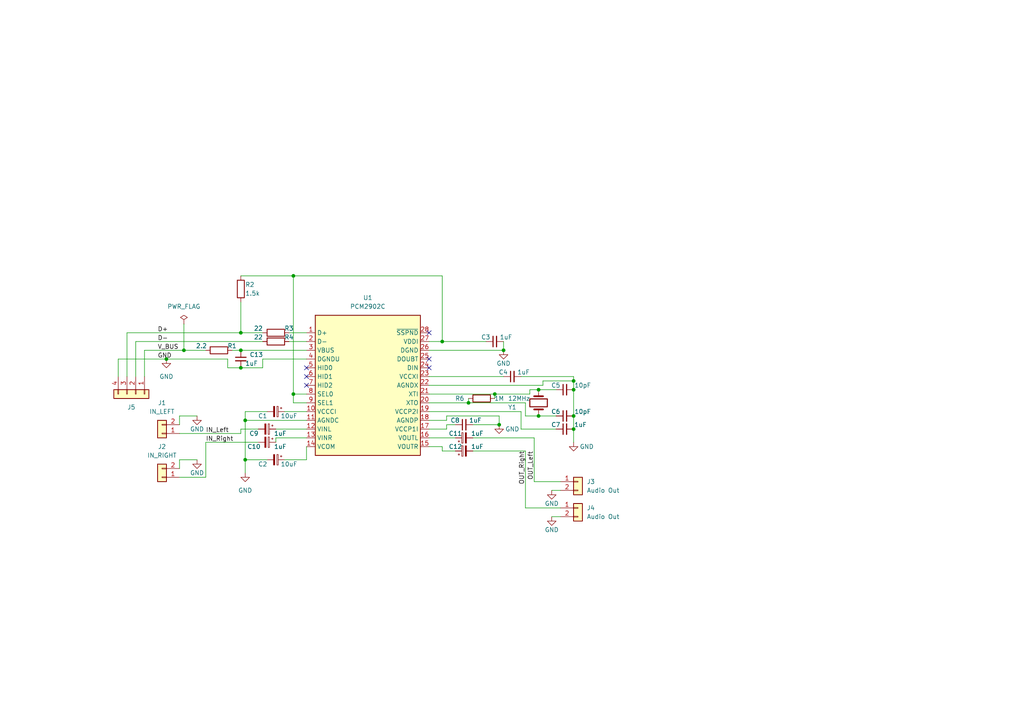
<source format=kicad_sch>
(kicad_sch (version 20211123) (generator eeschema)
  (paper "A4")
  (lib_symbols
    (symbol "Audio:PCM2902"
      (property "Reference" "U?" (at 2.0194 25.4 0))
      (property "Value" "PCM2902" (at 2.0194 22.86 0))
      (symbol "PCM2902_0_1"
        (rectangle (start -15.24 20.32) (end 15.24 -20.32) (stroke (width 0.254)) (fill (type background)))
      )
      (symbol "PCM2902_1_1"
        (pin bidirectional line (at -17.78 15.24 0) (length 2.54) (name "D+") (number "1"))
        (pin passive line (at -17.78 -7.62 0) (length 2.54) (name "VCCCI") (number "10"))
        (pin power_in line (at -17.78 -10.16 0) (length 2.54) (name "AGNDC") (number "11"))
        (pin input line (at -17.78 -12.7 0) (length 2.54) (name "VINL") (number "12"))
        (pin input line (at -17.78 -15.24 0) (length 2.54) (name "VINR") (number "13"))
        (pin passive line (at -17.78 -17.78 0) (length 2.54) (name "VCOM") (number "14"))
        (pin output line (at 17.78 -17.78 180) (length 2.54) (name "VOUTR") (number "15"))
        (pin output line (at 17.78 -15.24 180) (length 2.54) (name "VOUTL") (number "16"))
        (pin passive line (at 17.78 -12.7 180) (length 2.54) (name "VCCP1I") (number "17"))
        (pin power_in line (at 17.78 -10.16 180) (length 2.54) (name "AGNDP") (number "18"))
        (pin passive line (at 17.78 -7.62 180) (length 2.54) (name "VCCP2I") (number "19"))
        (pin bidirectional line (at -17.78 12.7 0) (length 2.54) (name "D-") (number "2"))
        (pin output line (at 17.78 -5.08 180) (length 2.54) (name "XTO") (number "20"))
        (pin input line (at 17.78 -2.54 180) (length 2.54) (name "XTI") (number "21"))
        (pin power_in line (at 17.78 0 180) (length 2.54) (name "AGNDX") (number "22"))
        (pin passive line (at 17.78 2.54 180) (length 2.54) (name "VCCXI") (number "23"))
        (pin input line (at 17.78 5.08 180) (length 2.54) (name "DIN") (number "24"))
        (pin output line (at 17.78 7.62 180) (length 2.54) (name "DOUBT") (number "25"))
        (pin power_in line (at 17.78 10.16 180) (length 2.54) (name "DGND") (number "26"))
        (pin power_out line (at 17.78 12.7 180) (length 2.54) (name "VDDI") (number "27"))
        (pin output line (at 17.78 15.24 180) (length 2.54) (name "~{SSPND}") (number "28"))
        (pin power_in line (at -17.78 10.16 0) (length 2.54) (name "VBUS") (number "3"))
        (pin power_in line (at -17.78 7.62 0) (length 2.54) (name "DGNDU") (number "4"))
        (pin input line (at -17.78 5.08 0) (length 2.54) (name "HID0") (number "5"))
        (pin input line (at -17.78 2.54 0) (length 2.54) (name "HID1") (number "6"))
        (pin input line (at -17.78 0 0) (length 2.54) (name "HID2") (number "7"))
        (pin input line (at -17.78 -2.54 0) (length 2.54) (name "SEL0") (number "8"))
        (pin input line (at -17.78 -5.08 0) (length 2.54) (name "SEL1") (number "9"))
      )
    )
    (symbol "Connector_Generic:Conn_01x02" (pin_names (offset 1.016) hide)
      (property "Reference" "J" (at 0 2.54 0))
      (property "Value" "Conn_01x02" (at 0 -5.08 0))
      (symbol "Conn_01x02_1_1"
        (rectangle (start -1.27 -2.413) (end 0 -2.667) (stroke (width 0.1524)))
        (rectangle (start -1.27 0.127) (end 0 -0.127) (stroke (width 0.1524)))
        (rectangle (start -1.27 1.27) (end 1.27 -3.81) (stroke (width 0.254)) (fill (type background)))
        (pin passive line (at -5.08 0 0) (length 3.81) (name "Pin_1") (number "1"))
        (pin passive line (at -5.08 -2.54 0) (length 3.81) (name "Pin_2") (number "2"))
      )
    )
    (symbol "Connector_Generic:Conn_01x04" (pin_names (offset 1.016) hide)
      (property "Reference" "J" (at 0 5.08 0))
      (property "Value" "Conn_01x04" (at 0 -7.62 0))
      (symbol "Conn_01x04_1_1"
        (rectangle (start -1.27 -4.953) (end 0 -5.207) (stroke (width 0.1524)))
        (rectangle (start -1.27 -2.413) (end 0 -2.667) (stroke (width 0.1524)))
        (rectangle (start -1.27 0.127) (end 0 -0.127) (stroke (width 0.1524)))
        (rectangle (start -1.27 2.667) (end 0 2.413) (stroke (width 0.1524)))
        (rectangle (start -1.27 3.81) (end 1.27 -6.35) (stroke (width 0.254)) (fill (type background)))
        (pin passive line (at -5.08 2.54 0) (length 3.81) (name "Pin_1") (number "1"))
        (pin passive line (at -5.08 0 0) (length 3.81) (name "Pin_2") (number "2"))
        (pin passive line (at -5.08 -2.54 0) (length 3.81) (name "Pin_3") (number "3"))
        (pin passive line (at -5.08 -5.08 0) (length 3.81) (name "Pin_4") (number "4"))
      )
    )
    (symbol "Device:C_Polarized_Small" (pin_numbers hide) (pin_names (offset 0.254) hide)
      (property "Reference" "C" (at 0.254 1.778 0))
      (property "Value" "C_Polarized_Small" (at 0.254 -2.032 0))
      (symbol "C_Polarized_Small_0_1"
        (rectangle (start -1.524 -0.3048) (end 1.524 -0.6858) (fill (type outline)))
        (rectangle (start -1.524 0.6858) (end 1.524 0.3048))
        (polyline (pts (xy -1.27 1.524) (xy -0.762 1.524)))
        (polyline (pts (xy -1.016 1.27) (xy -1.016 1.778)))
      )
      (symbol "C_Polarized_Small_1_1"
        (pin passive line (at 0 2.54 270) (length 1.8542) (name "~") (number "1"))
        (pin passive line (at 0 -2.54 90) (length 1.8542) (name "~") (number "2"))
      )
    )
    (symbol "Device:C_Small" (pin_numbers hide) (pin_names (offset 0.254) hide)
      (property "Reference" "C" (at 0.254 1.778 0))
      (property "Value" "C_Small" (at 0.254 -2.032 0))
      (symbol "C_Small_0_1"
        (polyline (pts (xy -1.524 -0.508) (xy 1.524 -0.508)) (stroke (width 0.3302)))
        (polyline (pts (xy -1.524 0.508) (xy 1.524 0.508)) (stroke (width 0.3048)))
      )
      (symbol "C_Small_1_1"
        (pin passive line (at 0 2.54 270) (length 2.032) (name "~") (number "1"))
        (pin passive line (at 0 -2.54 90) (length 2.032) (name "~") (number "2"))
      )
    )
    (symbol "Device:Crystal" (pin_numbers hide) (pin_names (offset 1.016) hide)
      (property "Reference" "Y" (at 0 3.81 0))
      (property "Value" "Crystal" (at 0 -3.81 0))
      (symbol "Crystal_0_1"
        (rectangle (start -1.143 2.54) (end 1.143 -2.54) (stroke (width 0.3048)))
        (polyline (pts (xy -2.54 0) (xy -1.905 0)))
        (polyline (pts (xy -1.905 -1.27) (xy -1.905 1.27)) (stroke (width 0.508)))
        (polyline (pts (xy 1.905 -1.27) (xy 1.905 1.27)) (stroke (width 0.508)))
        (polyline (pts (xy 2.54 0) (xy 1.905 0)))
      )
      (symbol "Crystal_1_1"
        (pin passive line (at -3.81 0 0) (length 1.27) (name "1") (number "1"))
        (pin passive line (at 3.81 0 180) (length 1.27) (name "2") (number "2"))
      )
    )
    (symbol "Device:R" (pin_numbers hide) (pin_names (offset 0))
      (property "Reference" "R" (at 2.032 0 90))
      (property "Value" "R" (at 0 0 90))
      (symbol "R_0_1"
        (rectangle (start -1.016 -2.54) (end 1.016 2.54) (stroke (width 0.254)))
      )
      (symbol "R_1_1"
        (pin passive line (at 0 3.81 270) (length 1.27) (name "~") (number "1"))
        (pin passive line (at 0 -3.81 90) (length 1.27) (name "~") (number "2"))
      )
    )
    (symbol "power:GND" (power) (pin_names (offset 0))
      (property "Value" "GND" (at 0 -3.81 0))
      (symbol "GND_0_1"
        (polyline (pts (xy 0 0) (xy 0 -1.27) (xy 1.27 -1.27) (xy 0 -2.54) (xy -1.27 -1.27) (xy 0 -1.27)))
      )
      (symbol "GND_1_1"
        (pin power_in line (at 0 0 270) (length 0) hide (name "GND") (number "1"))
      )
    )
    (symbol "power:PWR_FLAG" (power) (pin_numbers hide) (pin_names (offset 0) hide)
      (property "Value" "PWR_FLAG" (at 0 3.81 0))
      (symbol "PWR_FLAG_0_0"
        (pin power_out line (at 0 0 90) (length 0) (name "pwr") (number "1"))
      )
      (symbol "PWR_FLAG_0_1"
        (polyline (pts (xy 0 0) (xy 0 1.27) (xy -1.016 1.905) (xy 0 2.54) (xy 1.016 1.905) (xy 0 1.27)))
      )
    )
  )
  (junction (at 69.85 101.6))
  (junction (at 146.05 101.6))
  (junction (at 71.12 121.92))
  (junction (at 143.51 114.3))
  (junction (at 144.78 123.19))
  (junction (at 135.89 116.84))
  (junction (at 166.37 110.49))
  (junction (at 69.85 96.52))
  (junction (at 85.09 80.01))
  (junction (at 85.09 114.3))
  (junction (at 53.34 101.6))
  (junction (at 166.37 124.46))
  (junction (at 166.37 120.65))
  (junction (at 156.21 120.65))
  (junction (at 48.26 104.14))
  (junction (at 69.85 106.68))
  (junction (at 156.21 113.03))
  (junction (at 166.37 113.03))
  (junction (at 128.27 99.06))
  (junction (at 71.12 133.35))
  (no_connect (at 124.46 96.52))
  (no_connect (at 88.9 109.22))
  (no_connect (at 88.9 106.68))
  (no_connect (at 124.46 106.68))
  (no_connect (at 88.9 111.76))
  (no_connect (at 124.46 104.14))
  (wire (pts (xy 129.54 124.46) (xy 129.54 123.19)))
  (wire (pts (xy 66.04 106.68) (xy 69.85 106.68)))
  (wire (pts (xy 36.83 96.52) (xy 69.85 96.52)))
  (wire (pts (xy 124.46 111.76) (xy 157.48 111.76)))
  (wire (pts (xy 124.46 129.54) (xy 128.27 129.54)))
  (wire (pts (xy 76.2 104.14) (xy 88.9 104.14)))
  (wire (pts (xy 151.13 124.46) (xy 161.29 124.46)))
  (wire (pts (xy 34.29 109.22) (xy 34.29 104.14)))
  (wire (pts (xy 80.01 127) (xy 88.9 127)))
  (wire (pts (xy 152.4 130.81) (xy 152.4 147.32)))
  (wire (pts (xy 53.34 93.98) (xy 53.34 101.6)))
  (wire (pts (xy 128.27 129.54) (xy 128.27 130.81)))
  (wire (pts (xy 124.46 124.46) (xy 129.54 124.46)))
  (wire (pts (xy 85.09 80.01) (xy 128.27 80.01)))
  (wire (pts (xy 129.54 121.92) (xy 129.54 120.65)))
  (wire (pts (xy 80.01 128.27) (xy 80.01 127)))
  (wire (pts (xy 66.04 104.14) (xy 66.04 106.68)))
  (wire (pts (xy 71.12 121.92) (xy 88.9 121.92)))
  (wire (pts (xy 69.85 80.01) (xy 85.09 80.01)))
  (wire (pts (xy 39.37 109.22) (xy 39.37 99.06)))
  (wire (pts (xy 85.09 114.3) (xy 88.9 114.3)))
  (wire (pts (xy 124.46 121.92) (xy 129.54 121.92)))
  (wire (pts (xy 85.09 114.3) (xy 85.09 116.84)))
  (wire (pts (xy 88.9 129.54) (xy 88.9 133.35)))
  (wire (pts (xy 166.37 109.22) (xy 166.37 110.49)))
  (wire (pts (xy 88.9 116.84) (xy 85.09 116.84)))
  (wire (pts (xy 71.12 121.92) (xy 71.12 133.35)))
  (wire (pts (xy 59.69 138.43) (xy 59.69 128.27)))
  (wire (pts (xy 157.48 111.76) (xy 157.48 110.49)))
  (wire (pts (xy 128.27 80.01) (xy 128.27 99.06)))
  (wire (pts (xy 166.37 113.03) (xy 166.37 120.65)))
  (wire (pts (xy 143.51 114.3) (xy 153.67 114.3)))
  (wire (pts (xy 124.46 109.22) (xy 146.05 109.22)))
  (wire (pts (xy 166.37 110.49) (xy 166.37 113.03)))
  (wire (pts (xy 124.46 127) (xy 132.08 127)))
  (wire (pts (xy 135.89 115.57) (xy 135.89 116.84)))
  (wire (pts (xy 52.07 138.43) (xy 59.69 138.43)))
  (wire (pts (xy 41.91 109.22) (xy 41.91 101.6)))
  (wire (pts (xy 143.51 114.3) (xy 143.51 115.57)))
  (wire (pts (xy 154.94 139.7) (xy 162.56 139.7)))
  (wire (pts (xy 124.46 101.6) (xy 146.05 101.6)))
  (wire (pts (xy 36.83 109.22) (xy 36.83 96.52)))
  (wire (pts (xy 77.47 119.38) (xy 71.12 119.38)))
  (wire (pts (xy 52.07 135.89) (xy 52.07 133.35)))
  (wire (pts (xy 153.67 114.3) (xy 153.67 113.03)))
  (wire (pts (xy 157.48 110.49) (xy 166.37 110.49)))
  (wire (pts (xy 69.85 96.52) (xy 76.2 96.52)))
  (wire (pts (xy 156.21 120.65) (xy 161.29 120.65)))
  (wire (pts (xy 69.85 124.46) (xy 69.85 125.73)))
  (wire (pts (xy 83.82 99.06) (xy 88.9 99.06)))
  (wire (pts (xy 137.16 130.81) (xy 152.4 130.81)))
  (wire (pts (xy 69.85 87.63) (xy 69.85 96.52)))
  (wire (pts (xy 52.07 125.73) (xy 69.85 125.73)))
  (wire (pts (xy 128.27 130.81) (xy 132.08 130.81)))
  (wire (pts (xy 166.37 120.65) (xy 166.37 124.46)))
  (wire (pts (xy 52.07 120.65) (xy 57.15 120.65)))
  (wire (pts (xy 67.31 101.6) (xy 69.85 101.6)))
  (wire (pts (xy 152.4 120.65) (xy 156.21 120.65)))
  (wire (pts (xy 160.02 149.86) (xy 162.56 149.86)))
  (wire (pts (xy 144.78 120.65) (xy 144.78 123.19)))
  (wire (pts (xy 76.2 106.68) (xy 76.2 104.14)))
  (wire (pts (xy 83.82 96.52) (xy 88.9 96.52)))
  (wire (pts (xy 69.85 106.68) (xy 76.2 106.68)))
  (wire (pts (xy 146.05 99.06) (xy 146.05 101.6)))
  (wire (pts (xy 85.09 80.01) (xy 85.09 114.3)))
  (wire (pts (xy 129.54 120.65) (xy 144.78 120.65)))
  (wire (pts (xy 71.12 133.35) (xy 77.47 133.35)))
  (wire (pts (xy 128.27 99.06) (xy 140.97 99.06)))
  (wire (pts (xy 160.02 142.24) (xy 162.56 142.24)))
  (wire (pts (xy 59.69 128.27) (xy 74.93 128.27)))
  (wire (pts (xy 135.89 116.84) (xy 152.4 116.84)))
  (wire (pts (xy 153.67 113.03) (xy 156.21 113.03)))
  (wire (pts (xy 166.37 124.46) (xy 166.37 128.27)))
  (wire (pts (xy 154.94 127) (xy 154.94 139.7)))
  (wire (pts (xy 39.37 99.06) (xy 76.2 99.06)))
  (wire (pts (xy 53.34 101.6) (xy 59.69 101.6)))
  (wire (pts (xy 124.46 99.06) (xy 128.27 99.06)))
  (wire (pts (xy 156.21 113.03) (xy 161.29 113.03)))
  (wire (pts (xy 137.16 123.19) (xy 144.78 123.19)))
  (wire (pts (xy 52.07 123.19) (xy 52.07 120.65)))
  (wire (pts (xy 124.46 116.84) (xy 135.89 116.84)))
  (wire (pts (xy 129.54 123.19) (xy 132.08 123.19)))
  (wire (pts (xy 34.29 104.14) (xy 48.26 104.14)))
  (wire (pts (xy 152.4 116.84) (xy 152.4 120.65)))
  (wire (pts (xy 48.26 104.14) (xy 66.04 104.14)))
  (wire (pts (xy 88.9 133.35) (xy 82.55 133.35)))
  (wire (pts (xy 151.13 109.22) (xy 166.37 109.22)))
  (wire (pts (xy 80.01 124.46) (xy 88.9 124.46)))
  (wire (pts (xy 69.85 101.6) (xy 88.9 101.6)))
  (wire (pts (xy 74.93 124.46) (xy 69.85 124.46)))
  (wire (pts (xy 52.07 133.35) (xy 57.15 133.35)))
  (wire (pts (xy 82.55 119.38) (xy 88.9 119.38)))
  (wire (pts (xy 124.46 119.38) (xy 151.13 119.38)))
  (wire (pts (xy 41.91 101.6) (xy 53.34 101.6)))
  (wire (pts (xy 71.12 119.38) (xy 71.12 121.92)))
  (wire (pts (xy 151.13 119.38) (xy 151.13 124.46)))
  (wire (pts (xy 124.46 114.3) (xy 143.51 114.3)))
  (wire (pts (xy 137.16 127) (xy 154.94 127)))
  (wire (pts (xy 71.12 133.35) (xy 71.12 137.16)))
  (wire (pts (xy 152.4 147.32) (xy 162.56 147.32)))
  (label "IN_Right" (at 59.69 128.27 0))
  (label "OUT_Left" (at 154.94 130.81 270))
  (label "D+" (at 45.72 96.52 0))
  (label "V_BUS" (at 45.72 101.6 0))
  (label "OUT_Right" (at 152.4 130.81 270))
  (label "IN_Left" (at 59.69 125.73 0))
  (label "D-" (at 45.72 99.06 0))
  (label "GND" (at 45.72 104.14 0))
  (symbol (lib_id "power:GND") (at 146.05 101.6 0) (unit 1)
    (property "Reference" "#PWR05" (effects hide))
    (property "Value" "GND" (at 146.05 105.41 0))
  )
  (symbol (lib_id "Device:R") (at 80.01 96.52 90) (unit 1)
    (property "Reference" "R3" (at 83.82 95.25 90))
    (property "Value" "22" (at 74.93 95.25 90))
    (property "Footprint" "Capacitor_SMD:C_0603_1608Metric_Pad1.08x0.95mm_HandSolder" (effects hide))
    (property "Digikey" "https://www.digikey.com/short/v7c8qpnf" (effects hide))
  )
  (symbol (lib_id "Device:C_Small") (at 69.85 104.14 0) (unit 1)
    (property "Reference" "C13" (at 72.39 102.87 0) (effects (justify left)))
    (property "Value" "1uF" (at 71.12 105.41 0) (effects (justify left)))
    (property "Footprint" "Capacitor_SMD:C_0805_2012Metric_Pad1.18x1.45mm_HandSolder" (effects hide))
    (property "Digikey" "https://www.digikey.com/short/rn5mbmcm" (effects hide))
  )
  (symbol (lib_id "power:GND") (at 144.78 123.19 0) (unit 1)
    (property "Reference" "#PWR04" (effects hide))
    (property "Value" "GND" (at 148.59 124.46 0))
  )
  (symbol (lib_id "Device:C_Polarized_Small") (at 80.01 119.38 270) (unit 1)
    (property "Reference" "C1" (at 76.2 120.65 90))
    (property "Value" "10uF" (at 83.82 120.65 90))
    (property "Footprint" "Capacitor_SMD:C_1210_3225Metric_Pad1.33x2.70mm_HandSolder" (effects hide))
    (property "Digikey" "https://www.digikey.com/short/nm2875wp" (effects hide))
  )
  (symbol (lib_id "Device:R") (at 63.5 101.6 90) (unit 1)
    (property "Reference" "R1" (at 67.31 100.33 90))
    (property "Value" "2.2" (at 58.42 100.33 90))
    (property "Footprint" "Capacitor_SMD:C_0603_1608Metric_Pad1.08x0.95mm_HandSolder" (effects hide))
    (property "Digikey" "https://www.digikey.com/short/4p2jz24h" (effects hide))
  )
  (symbol (lib_id "Device:C_Small") (at 163.83 113.03 90) (unit 1)
    (property "Reference" "C5" (at 162.56 111.76 90) (effects (justify left)))
    (property "Value" "10pF" (at 171.45 111.76 90) (effects (justify left)))
    (property "Footprint" "Capacitor_SMD:C_0603_1608Metric_Pad1.08x0.95mm_HandSolder" (effects hide))
    (property "Digikey" "https://www.digikey.com/short/dbpbjvrm" (effects hide))
  )
  (symbol (lib_id "Connector_Generic:Conn_01x02") (at 46.99 125.73 180) (unit 1)
    (property "Reference" "J1" (at 46.99 116.84 0))
    (property "Value" "IN_LEFT" (at 46.99 119.38 0))
    (property "Footprint" "Connector_PinHeader_2.54mm:PinHeader_1x02_P2.54mm_Vertical" (effects hide))
    (property "Digikey" "N/A" (effects hide))
  )
  (symbol (lib_id "Device:R") (at 69.85 83.82 0) (unit 1)
    (property "Reference" "R2" (at 71.12 82.55 0) (effects (justify left)))
    (property "Value" "1.5k" (at 71.12 85.09 0) (effects (justify left)))
    (property "Footprint" "Capacitor_SMD:C_0603_1608Metric_Pad1.08x0.95mm_HandSolder" (effects hide))
    (property "Digikey" "https://www.digikey.com/short/q2j089rj" (effects hide))
  )
  (symbol (lib_id "power:GND") (at 48.26 104.14 0) (unit 1)
    (property "Reference" "#PWR01" (effects hide))
    (property "Value" "GND" (at 48.26 109.22 0))
  )
  (symbol (lib_id "Connector_Generic:Conn_01x04") (at 39.37 114.3 270) (unit 1)
    (property "Reference" "J5" (at 38.1 118.11 90))
    (property "Value" "USB" (effects hide))
    (property "Footprint" "Connector_PinHeader_2.54mm:PinHeader_1x04_P2.54mm_Vertical" (effects hide))
    (property "Digikey" "N/A" (effects hide))
  )
  (symbol (lib_id "Device:C_Polarized_Small") (at 134.62 127 90) (unit 1)
    (property "Reference" "C11" (at 132.08 125.73 90))
    (property "Value" "1uF" (at 138.43 125.73 90))
    (property "Footprint" "Capacitor_SMD:C_0805_2012Metric_Pad1.18x1.45mm_HandSolder" (effects hide))
    (property "Digikey" "https://www.digikey.com/short/rn5mbmcm" (effects hide))
  )
  (symbol (lib_id "Device:C_Small") (at 163.83 124.46 90) (unit 1)
    (property "Reference" "C7" (at 162.56 123.19 90) (effects (justify left)))
    (property "Value" "1uF" (at 170.18 123.19 90) (effects (justify left)))
    (property "Footprint" "Capacitor_SMD:C_0805_2012Metric_Pad1.18x1.45mm_HandSolder" (effects hide))
    (property "Digikey" "https://www.digikey.com/short/rn5mbmcm" (effects hide))
  )
  (symbol (lib_id "Audio:PCM2902") (at 106.68 111.76 0) (unit 1)
    (property "Reference" "U1" (at 106.68 86.36 0))
    (property "Value" "PCM2902C" (at 106.68 88.9 0))
    (property "Footprint" "Package_SO:SSOP-28_5.3x10.2mm_P0.65mm" (effects hide))
    (property "Datasheet" "http://www.ti.com/lit/ds/symlink/pcm2902c.pdf" (effects hide))
    (property "Digikey" "TI" (effects hide))
  )
  (symbol (lib_id "Device:R") (at 139.7 115.57 90) (unit 1)
    (property "Reference" "R6" (at 133.35 115.57 90))
    (property "Value" "1M" (at 144.78 115.57 90))
    (property "Footprint" "Capacitor_SMD:C_0603_1608Metric_Pad1.08x0.95mm_HandSolder" (effects hide))
    (property "Digikey" "https://www.digikey.com/short/f7pn93f7" (effects hide))
  )
  (symbol (lib_id "Device:C_Small") (at 148.59 109.22 90) (unit 1)
    (property "Reference" "C4" (at 147.32 107.95 90) (effects (justify left)))
    (property "Value" "1uF" (at 153.67 107.95 90) (effects (justify left)))
    (property "Footprint" "Capacitor_SMD:C_0805_2012Metric_Pad1.18x1.45mm_HandSolder" (effects hide))
    (property "Digikey" "https://www.digikey.com/short/rn5mbmcm" (effects hide))
  )
  (symbol (lib_id "power:PWR_FLAG") (at 53.34 93.98 0) (unit 1)
    (property "Reference" "#FLG01" (effects hide))
    (property "Value" "PWR_FLAG" (at 53.34 88.9 0))
  )
  (symbol (lib_id "Connector_Generic:Conn_01x02") (at 46.99 138.43 180) (unit 1)
    (property "Reference" "J2" (at 46.99 129.54 0))
    (property "Value" "IN_RIGHT" (at 46.99 132.08 0))
    (property "Footprint" "Connector_PinHeader_2.54mm:PinHeader_1x02_P2.54mm_Vertical" (effects hide))
    (property "Digikey" "N/A" (effects hide))
  )
  (symbol (lib_id "power:GND") (at 57.15 133.35 0) (unit 1)
    (property "Reference" "#PWR0104" (effects hide))
    (property "Value" "GND" (at 57.15 137.16 0))
  )
  (symbol (lib_id "power:GND") (at 160.02 149.86 0) (unit 1)
    (property "Reference" "#PWR0102" (effects hide))
    (property "Value" "GND" (at 160.02 153.67 0))
  )
  (symbol (lib_id "Device:Crystal") (at 156.21 116.84 90) (unit 1)
    (property "Reference" "Y1" (at 147.32 118.11 90) (effects (justify right)))
    (property "Value" "12MHz" (at 147.32 115.57 90) (effects (justify right)))
    (property "Footprint" "Crystal:Crystal_SMD_HC49-SD_HandSoldering" (effects hide))
    (property "Digikey" "https://www.digikey.com/short/4wrrm740" (effects hide))
  )
  (symbol (lib_id "Connector_Generic:Conn_01x02") (at 167.64 139.7 0) (unit 1)
    (property "Reference" "J3" (at 170.18 139.6999 0) (effects (justify left)))
    (property "Value" "Audio Out" (at 170.18 142.2399 0) (effects (justify left)))
    (property "Footprint" "Connector_PinHeader_2.54mm:PinHeader_1x02_P2.54mm_Vertical" (effects hide))
    (property "Digikey" "N/A" (effects hide))
  )
  (symbol (lib_id "power:GND") (at 71.12 137.16 0) (unit 1)
    (property "Reference" "#PWR02" (effects hide))
    (property "Value" "GND" (at 71.12 142.24 0))
  )
  (symbol (lib_id "Device:C_Small") (at 134.62 123.19 90) (unit 1)
    (property "Reference" "C8" (at 133.35 121.92 90) (effects (justify left)))
    (property "Value" "1uF" (at 139.7 121.92 90) (effects (justify left)))
    (property "Footprint" "Capacitor_SMD:C_0805_2012Metric_Pad1.18x1.45mm_HandSolder" (effects hide))
    (property "Digikey" "https://www.digikey.com/short/rn5mbmcm" (effects hide))
  )
  (symbol (lib_id "Device:C_Polarized_Small") (at 80.01 133.35 270) (unit 1)
    (property "Reference" "C2" (at 76.2 134.62 90))
    (property "Value" "10uF" (at 83.82 134.62 90))
    (property "Footprint" "Capacitor_SMD:C_1210_3225Metric_Pad1.33x2.70mm_HandSolder" (effects hide))
    (property "Digikey" "https://www.digikey.com/short/nm2875wp" (effects hide))
  )
  (symbol (lib_id "Device:C_Polarized_Small") (at 77.47 124.46 270) (unit 1)
    (property "Reference" "C9" (at 73.66 125.73 90))
    (property "Value" "1uF" (at 81.28 125.73 90))
    (property "Footprint" "Capacitor_SMD:C_0805_2012Metric_Pad1.18x1.45mm_HandSolder" (effects hide))
    (property "Digikey" "https://www.digikey.com/short/rn5mbmcm" (effects hide))
  )
  (symbol (lib_id "Device:R") (at 80.01 99.06 90) (unit 1)
    (property "Reference" "R4" (at 83.82 97.79 90))
    (property "Value" "22" (at 74.93 97.79 90))
    (property "Footprint" "Capacitor_SMD:C_0603_1608Metric_Pad1.08x0.95mm_HandSolder" (effects hide))
    (property "Digikey" "https://www.digikey.com/short/v7c8qpnf" (effects hide))
  )
  (symbol (lib_id "power:GND") (at 160.02 142.24 0) (unit 1)
    (property "Reference" "#PWR0101" (effects hide))
    (property "Value" "GND" (at 160.02 146.05 0))
  )
  (symbol (lib_id "Device:C_Polarized_Small") (at 134.62 130.81 90) (unit 1)
    (property "Reference" "C12" (at 132.08 129.54 90))
    (property "Value" "1uF" (at 138.43 129.54 90))
    (property "Footprint" "Capacitor_SMD:C_0805_2012Metric_Pad1.18x1.45mm_HandSolder" (effects hide))
    (property "Digikey" "https://www.digikey.com/short/rn5mbmcm" (effects hide))
  )
  (symbol (lib_id "Device:C_Small") (at 143.51 99.06 90) (unit 1)
    (property "Reference" "C3" (at 142.24 97.79 90) (effects (justify left)))
    (property "Value" "1uF" (at 148.59 97.79 90) (effects (justify left)))
    (property "Footprint" "Capacitor_SMD:C_0805_2012Metric_Pad1.18x1.45mm_HandSolder" (effects hide))
    (property "Digikey" "https://www.digikey.com/short/rn5mbmcm" (effects hide))
  )
  (symbol (lib_id "power:GND") (at 166.37 128.27 0) (unit 1)
    (property "Reference" "#PWR06" (effects hide))
    (property "Value" "GND" (at 170.18 129.54 0))
  )
  (symbol (lib_id "Device:C_Polarized_Small") (at 77.47 128.27 270) (unit 1)
    (property "Reference" "C10" (at 73.66 129.54 90))
    (property "Value" "1uF" (at 81.28 129.54 90))
    (property "Footprint" "Capacitor_SMD:C_0805_2012Metric_Pad1.18x1.45mm_HandSolder" (effects hide))
    (property "Digikey" "https://www.digikey.com/short/rn5mbmcm" (effects hide))
  )
  (symbol (lib_id "Device:C_Small") (at 163.83 120.65 90) (unit 1)
    (property "Reference" "C6" (at 162.56 119.38 90) (effects (justify left)))
    (property "Value" "10pF" (at 171.45 119.38 90) (effects (justify left)))
    (property "Footprint" "Capacitor_SMD:C_0603_1608Metric_Pad1.08x0.95mm_HandSolder" (effects hide))
    (property "Digikey" "https://www.digikey.com/short/dbpbjvrm" (effects hide))
  )
  (symbol (lib_id "Connector_Generic:Conn_01x02") (at 167.64 147.32 0) (unit 1)
    (property "Reference" "J4" (at 170.18 147.3199 0) (effects (justify left)))
    (property "Value" "Audio Out" (at 170.18 149.8599 0) (effects (justify left)))
    (property "Footprint" "Connector_PinHeader_2.54mm:PinHeader_1x02_P2.54mm_Vertical" (effects hide))
    (property "Digikey" "N/A" (effects hide))
  )
  (symbol (lib_id "power:GND") (at 57.15 120.65 0) (unit 1)
    (property "Reference" "#PWR0103" (effects hide))
    (property "Value" "GND" (at 57.15 124.46 0))
  )
)
</source>
